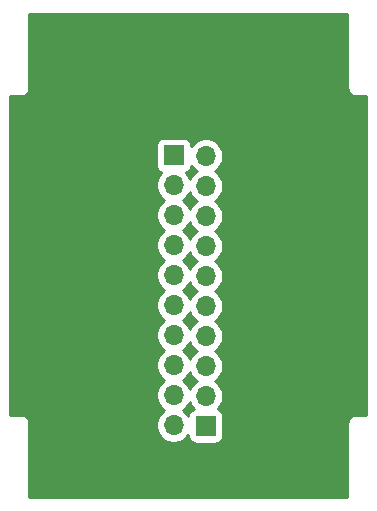
<source format=gbr>
%TF.GenerationSoftware,KiCad,Pcbnew,(5.1.8)-1*%
%TF.CreationDate,2021-12-10T09:13:36+01:00*%
%TF.ProjectId,FirePlaceRoof,46697265-506c-4616-9365-526f6f662e6b,rev?*%
%TF.SameCoordinates,Original*%
%TF.FileFunction,Copper,L2,Bot*%
%TF.FilePolarity,Positive*%
%FSLAX46Y46*%
G04 Gerber Fmt 4.6, Leading zero omitted, Abs format (unit mm)*
G04 Created by KiCad (PCBNEW (5.1.8)-1) date 2021-12-10 09:13:36*
%MOMM*%
%LPD*%
G01*
G04 APERTURE LIST*
%TA.AperFunction,ComponentPad*%
%ADD10O,1.700000X1.700000*%
%TD*%
%TA.AperFunction,ComponentPad*%
%ADD11R,1.700000X1.700000*%
%TD*%
%TA.AperFunction,NonConductor*%
%ADD12C,0.254000*%
%TD*%
%TA.AperFunction,NonConductor*%
%ADD13C,0.100000*%
%TD*%
G04 APERTURE END LIST*
D10*
%TO.P,K2,10*%
%TO.N,Net-(K1-Pad1)*%
X69718910Y-57110829D03*
%TO.P,K2,9*%
%TO.N,Net-(K1-Pad2)*%
X69718910Y-54570829D03*
%TO.P,K2,8*%
%TO.N,Net-(K1-Pad3)*%
X69718910Y-52030829D03*
%TO.P,K2,7*%
%TO.N,Net-(K1-Pad4)*%
X69718910Y-49490829D03*
%TO.P,K2,6*%
%TO.N,Net-(K1-Pad5)*%
X69718910Y-46950829D03*
%TO.P,K2,5*%
%TO.N,Net-(K1-Pad6)*%
X69718910Y-44410829D03*
%TO.P,K2,4*%
%TO.N,Net-(K1-Pad7)*%
X69718910Y-41870829D03*
%TO.P,K2,3*%
%TO.N,Net-(K1-Pad8)*%
X69718910Y-39330829D03*
%TO.P,K2,2*%
%TO.N,Net-(K1-Pad9)*%
X69718910Y-36790829D03*
D11*
%TO.P,K2,1*%
%TO.N,Net-(K1-Pad10)*%
X69718910Y-34250829D03*
%TD*%
D10*
%TO.P,K1,10*%
%TO.N,Net-(K1-Pad10)*%
X72449410Y-34314329D03*
%TO.P,K1,9*%
%TO.N,Net-(K1-Pad9)*%
X72449410Y-36854329D03*
%TO.P,K1,8*%
%TO.N,Net-(K1-Pad8)*%
X72449410Y-39394329D03*
%TO.P,K1,7*%
%TO.N,Net-(K1-Pad7)*%
X72449410Y-41934329D03*
%TO.P,K1,6*%
%TO.N,Net-(K1-Pad6)*%
X72449410Y-44474329D03*
%TO.P,K1,5*%
%TO.N,Net-(K1-Pad5)*%
X72449410Y-47014329D03*
%TO.P,K1,4*%
%TO.N,Net-(K1-Pad4)*%
X72449410Y-49554329D03*
%TO.P,K1,3*%
%TO.N,Net-(K1-Pad3)*%
X72449410Y-52094329D03*
%TO.P,K1,2*%
%TO.N,Net-(K1-Pad2)*%
X72449410Y-54634329D03*
D11*
%TO.P,K1,1*%
%TO.N,Net-(K1-Pad1)*%
X72449410Y-57174329D03*
%TD*%
D12*
X84442410Y-28486224D02*
X84438854Y-28522329D01*
X84453045Y-28666414D01*
X84495073Y-28804962D01*
X84563323Y-28932649D01*
X84655172Y-29044567D01*
X84767090Y-29136416D01*
X84894777Y-29204666D01*
X85033325Y-29246694D01*
X85177410Y-29260885D01*
X85213515Y-29257329D01*
X86042411Y-29257329D01*
X86042410Y-56217329D01*
X85213515Y-56217329D01*
X85177410Y-56213773D01*
X85141305Y-56217329D01*
X85033325Y-56227964D01*
X84894777Y-56269992D01*
X84767090Y-56338242D01*
X84655172Y-56430091D01*
X84563323Y-56542009D01*
X84495073Y-56669696D01*
X84453045Y-56808244D01*
X84438854Y-56952329D01*
X84442411Y-56988444D01*
X84442410Y-63217329D01*
X57512410Y-63217329D01*
X57512410Y-56988433D01*
X57515966Y-56952329D01*
X57501775Y-56808244D01*
X57459747Y-56669696D01*
X57391497Y-56542009D01*
X57299648Y-56430091D01*
X57187730Y-56338242D01*
X57060043Y-56269992D01*
X56921495Y-56227964D01*
X56813515Y-56217329D01*
X56777410Y-56213773D01*
X56741305Y-56217329D01*
X55912410Y-56217329D01*
X55912410Y-33400829D01*
X68230838Y-33400829D01*
X68230838Y-35100829D01*
X68243098Y-35225311D01*
X68279408Y-35345009D01*
X68338373Y-35455323D01*
X68417725Y-35552014D01*
X68514416Y-35631366D01*
X68624730Y-35690331D01*
X68697290Y-35712342D01*
X68565435Y-35844197D01*
X68402920Y-36087418D01*
X68290978Y-36357671D01*
X68233910Y-36644569D01*
X68233910Y-36937089D01*
X68290978Y-37223987D01*
X68402920Y-37494240D01*
X68565435Y-37737461D01*
X68772278Y-37944304D01*
X68946670Y-38060829D01*
X68772278Y-38177354D01*
X68565435Y-38384197D01*
X68402920Y-38627418D01*
X68290978Y-38897671D01*
X68233910Y-39184569D01*
X68233910Y-39477089D01*
X68290978Y-39763987D01*
X68402920Y-40034240D01*
X68565435Y-40277461D01*
X68772278Y-40484304D01*
X68946670Y-40600829D01*
X68772278Y-40717354D01*
X68565435Y-40924197D01*
X68402920Y-41167418D01*
X68290978Y-41437671D01*
X68233910Y-41724569D01*
X68233910Y-42017089D01*
X68290978Y-42303987D01*
X68402920Y-42574240D01*
X68565435Y-42817461D01*
X68772278Y-43024304D01*
X68946670Y-43140829D01*
X68772278Y-43257354D01*
X68565435Y-43464197D01*
X68402920Y-43707418D01*
X68290978Y-43977671D01*
X68233910Y-44264569D01*
X68233910Y-44557089D01*
X68290978Y-44843987D01*
X68402920Y-45114240D01*
X68565435Y-45357461D01*
X68772278Y-45564304D01*
X68946670Y-45680829D01*
X68772278Y-45797354D01*
X68565435Y-46004197D01*
X68402920Y-46247418D01*
X68290978Y-46517671D01*
X68233910Y-46804569D01*
X68233910Y-47097089D01*
X68290978Y-47383987D01*
X68402920Y-47654240D01*
X68565435Y-47897461D01*
X68772278Y-48104304D01*
X68946670Y-48220829D01*
X68772278Y-48337354D01*
X68565435Y-48544197D01*
X68402920Y-48787418D01*
X68290978Y-49057671D01*
X68233910Y-49344569D01*
X68233910Y-49637089D01*
X68290978Y-49923987D01*
X68402920Y-50194240D01*
X68565435Y-50437461D01*
X68772278Y-50644304D01*
X68946670Y-50760829D01*
X68772278Y-50877354D01*
X68565435Y-51084197D01*
X68402920Y-51327418D01*
X68290978Y-51597671D01*
X68233910Y-51884569D01*
X68233910Y-52177089D01*
X68290978Y-52463987D01*
X68402920Y-52734240D01*
X68565435Y-52977461D01*
X68772278Y-53184304D01*
X68946670Y-53300829D01*
X68772278Y-53417354D01*
X68565435Y-53624197D01*
X68402920Y-53867418D01*
X68290978Y-54137671D01*
X68233910Y-54424569D01*
X68233910Y-54717089D01*
X68290978Y-55003987D01*
X68402920Y-55274240D01*
X68565435Y-55517461D01*
X68772278Y-55724304D01*
X68946670Y-55840829D01*
X68772278Y-55957354D01*
X68565435Y-56164197D01*
X68402920Y-56407418D01*
X68290978Y-56677671D01*
X68233910Y-56964569D01*
X68233910Y-57257089D01*
X68290978Y-57543987D01*
X68402920Y-57814240D01*
X68565435Y-58057461D01*
X68772278Y-58264304D01*
X69015499Y-58426819D01*
X69285752Y-58538761D01*
X69572650Y-58595829D01*
X69865170Y-58595829D01*
X70152068Y-58538761D01*
X70422321Y-58426819D01*
X70665542Y-58264304D01*
X70872385Y-58057461D01*
X70961338Y-57924333D01*
X70961338Y-58024329D01*
X70973598Y-58148811D01*
X71009908Y-58268509D01*
X71068873Y-58378823D01*
X71148225Y-58475514D01*
X71244916Y-58554866D01*
X71355230Y-58613831D01*
X71474928Y-58650141D01*
X71599410Y-58662401D01*
X73299410Y-58662401D01*
X73423892Y-58650141D01*
X73543590Y-58613831D01*
X73653904Y-58554866D01*
X73750595Y-58475514D01*
X73829947Y-58378823D01*
X73888912Y-58268509D01*
X73925222Y-58148811D01*
X73937482Y-58024329D01*
X73937482Y-56324329D01*
X73925222Y-56199847D01*
X73888912Y-56080149D01*
X73829947Y-55969835D01*
X73750595Y-55873144D01*
X73653904Y-55793792D01*
X73543590Y-55734827D01*
X73471030Y-55712816D01*
X73602885Y-55580961D01*
X73765400Y-55337740D01*
X73877342Y-55067487D01*
X73934410Y-54780589D01*
X73934410Y-54488069D01*
X73877342Y-54201171D01*
X73765400Y-53930918D01*
X73602885Y-53687697D01*
X73396042Y-53480854D01*
X73221650Y-53364329D01*
X73396042Y-53247804D01*
X73602885Y-53040961D01*
X73765400Y-52797740D01*
X73877342Y-52527487D01*
X73934410Y-52240589D01*
X73934410Y-51948069D01*
X73877342Y-51661171D01*
X73765400Y-51390918D01*
X73602885Y-51147697D01*
X73396042Y-50940854D01*
X73221650Y-50824329D01*
X73396042Y-50707804D01*
X73602885Y-50500961D01*
X73765400Y-50257740D01*
X73877342Y-49987487D01*
X73934410Y-49700589D01*
X73934410Y-49408069D01*
X73877342Y-49121171D01*
X73765400Y-48850918D01*
X73602885Y-48607697D01*
X73396042Y-48400854D01*
X73221650Y-48284329D01*
X73396042Y-48167804D01*
X73602885Y-47960961D01*
X73765400Y-47717740D01*
X73877342Y-47447487D01*
X73934410Y-47160589D01*
X73934410Y-46868069D01*
X73877342Y-46581171D01*
X73765400Y-46310918D01*
X73602885Y-46067697D01*
X73396042Y-45860854D01*
X73221650Y-45744329D01*
X73396042Y-45627804D01*
X73602885Y-45420961D01*
X73765400Y-45177740D01*
X73877342Y-44907487D01*
X73934410Y-44620589D01*
X73934410Y-44328069D01*
X73877342Y-44041171D01*
X73765400Y-43770918D01*
X73602885Y-43527697D01*
X73396042Y-43320854D01*
X73221650Y-43204329D01*
X73396042Y-43087804D01*
X73602885Y-42880961D01*
X73765400Y-42637740D01*
X73877342Y-42367487D01*
X73934410Y-42080589D01*
X73934410Y-41788069D01*
X73877342Y-41501171D01*
X73765400Y-41230918D01*
X73602885Y-40987697D01*
X73396042Y-40780854D01*
X73221650Y-40664329D01*
X73396042Y-40547804D01*
X73602885Y-40340961D01*
X73765400Y-40097740D01*
X73877342Y-39827487D01*
X73934410Y-39540589D01*
X73934410Y-39248069D01*
X73877342Y-38961171D01*
X73765400Y-38690918D01*
X73602885Y-38447697D01*
X73396042Y-38240854D01*
X73221650Y-38124329D01*
X73396042Y-38007804D01*
X73602885Y-37800961D01*
X73765400Y-37557740D01*
X73877342Y-37287487D01*
X73934410Y-37000589D01*
X73934410Y-36708069D01*
X73877342Y-36421171D01*
X73765400Y-36150918D01*
X73602885Y-35907697D01*
X73396042Y-35700854D01*
X73221650Y-35584329D01*
X73396042Y-35467804D01*
X73602885Y-35260961D01*
X73765400Y-35017740D01*
X73877342Y-34747487D01*
X73934410Y-34460589D01*
X73934410Y-34168069D01*
X73877342Y-33881171D01*
X73765400Y-33610918D01*
X73602885Y-33367697D01*
X73396042Y-33160854D01*
X73152821Y-32998339D01*
X72882568Y-32886397D01*
X72595670Y-32829329D01*
X72303150Y-32829329D01*
X72016252Y-32886397D01*
X71745999Y-32998339D01*
X71502778Y-33160854D01*
X71295935Y-33367697D01*
X71206982Y-33500825D01*
X71206982Y-33400829D01*
X71194722Y-33276347D01*
X71158412Y-33156649D01*
X71099447Y-33046335D01*
X71020095Y-32949644D01*
X70923404Y-32870292D01*
X70813090Y-32811327D01*
X70693392Y-32775017D01*
X70568910Y-32762757D01*
X68868910Y-32762757D01*
X68744428Y-32775017D01*
X68624730Y-32811327D01*
X68514416Y-32870292D01*
X68417725Y-32949644D01*
X68338373Y-33046335D01*
X68279408Y-33156649D01*
X68243098Y-33276347D01*
X68230838Y-33400829D01*
X55912410Y-33400829D01*
X55912410Y-29257329D01*
X56741305Y-29257329D01*
X56777410Y-29260885D01*
X56813515Y-29257329D01*
X56921495Y-29246694D01*
X57060043Y-29204666D01*
X57187730Y-29136416D01*
X57299648Y-29044567D01*
X57391497Y-28932649D01*
X57459747Y-28804962D01*
X57501775Y-28666414D01*
X57515966Y-28522329D01*
X57512410Y-28486224D01*
X57512410Y-22257329D01*
X84442411Y-22257329D01*
X84442410Y-28486224D01*
%TA.AperFunction,NonConductor*%
D13*
G36*
X84442410Y-28486224D02*
G01*
X84438854Y-28522329D01*
X84453045Y-28666414D01*
X84495073Y-28804962D01*
X84563323Y-28932649D01*
X84655172Y-29044567D01*
X84767090Y-29136416D01*
X84894777Y-29204666D01*
X85033325Y-29246694D01*
X85177410Y-29260885D01*
X85213515Y-29257329D01*
X86042411Y-29257329D01*
X86042410Y-56217329D01*
X85213515Y-56217329D01*
X85177410Y-56213773D01*
X85141305Y-56217329D01*
X85033325Y-56227964D01*
X84894777Y-56269992D01*
X84767090Y-56338242D01*
X84655172Y-56430091D01*
X84563323Y-56542009D01*
X84495073Y-56669696D01*
X84453045Y-56808244D01*
X84438854Y-56952329D01*
X84442411Y-56988444D01*
X84442410Y-63217329D01*
X57512410Y-63217329D01*
X57512410Y-56988433D01*
X57515966Y-56952329D01*
X57501775Y-56808244D01*
X57459747Y-56669696D01*
X57391497Y-56542009D01*
X57299648Y-56430091D01*
X57187730Y-56338242D01*
X57060043Y-56269992D01*
X56921495Y-56227964D01*
X56813515Y-56217329D01*
X56777410Y-56213773D01*
X56741305Y-56217329D01*
X55912410Y-56217329D01*
X55912410Y-33400829D01*
X68230838Y-33400829D01*
X68230838Y-35100829D01*
X68243098Y-35225311D01*
X68279408Y-35345009D01*
X68338373Y-35455323D01*
X68417725Y-35552014D01*
X68514416Y-35631366D01*
X68624730Y-35690331D01*
X68697290Y-35712342D01*
X68565435Y-35844197D01*
X68402920Y-36087418D01*
X68290978Y-36357671D01*
X68233910Y-36644569D01*
X68233910Y-36937089D01*
X68290978Y-37223987D01*
X68402920Y-37494240D01*
X68565435Y-37737461D01*
X68772278Y-37944304D01*
X68946670Y-38060829D01*
X68772278Y-38177354D01*
X68565435Y-38384197D01*
X68402920Y-38627418D01*
X68290978Y-38897671D01*
X68233910Y-39184569D01*
X68233910Y-39477089D01*
X68290978Y-39763987D01*
X68402920Y-40034240D01*
X68565435Y-40277461D01*
X68772278Y-40484304D01*
X68946670Y-40600829D01*
X68772278Y-40717354D01*
X68565435Y-40924197D01*
X68402920Y-41167418D01*
X68290978Y-41437671D01*
X68233910Y-41724569D01*
X68233910Y-42017089D01*
X68290978Y-42303987D01*
X68402920Y-42574240D01*
X68565435Y-42817461D01*
X68772278Y-43024304D01*
X68946670Y-43140829D01*
X68772278Y-43257354D01*
X68565435Y-43464197D01*
X68402920Y-43707418D01*
X68290978Y-43977671D01*
X68233910Y-44264569D01*
X68233910Y-44557089D01*
X68290978Y-44843987D01*
X68402920Y-45114240D01*
X68565435Y-45357461D01*
X68772278Y-45564304D01*
X68946670Y-45680829D01*
X68772278Y-45797354D01*
X68565435Y-46004197D01*
X68402920Y-46247418D01*
X68290978Y-46517671D01*
X68233910Y-46804569D01*
X68233910Y-47097089D01*
X68290978Y-47383987D01*
X68402920Y-47654240D01*
X68565435Y-47897461D01*
X68772278Y-48104304D01*
X68946670Y-48220829D01*
X68772278Y-48337354D01*
X68565435Y-48544197D01*
X68402920Y-48787418D01*
X68290978Y-49057671D01*
X68233910Y-49344569D01*
X68233910Y-49637089D01*
X68290978Y-49923987D01*
X68402920Y-50194240D01*
X68565435Y-50437461D01*
X68772278Y-50644304D01*
X68946670Y-50760829D01*
X68772278Y-50877354D01*
X68565435Y-51084197D01*
X68402920Y-51327418D01*
X68290978Y-51597671D01*
X68233910Y-51884569D01*
X68233910Y-52177089D01*
X68290978Y-52463987D01*
X68402920Y-52734240D01*
X68565435Y-52977461D01*
X68772278Y-53184304D01*
X68946670Y-53300829D01*
X68772278Y-53417354D01*
X68565435Y-53624197D01*
X68402920Y-53867418D01*
X68290978Y-54137671D01*
X68233910Y-54424569D01*
X68233910Y-54717089D01*
X68290978Y-55003987D01*
X68402920Y-55274240D01*
X68565435Y-55517461D01*
X68772278Y-55724304D01*
X68946670Y-55840829D01*
X68772278Y-55957354D01*
X68565435Y-56164197D01*
X68402920Y-56407418D01*
X68290978Y-56677671D01*
X68233910Y-56964569D01*
X68233910Y-57257089D01*
X68290978Y-57543987D01*
X68402920Y-57814240D01*
X68565435Y-58057461D01*
X68772278Y-58264304D01*
X69015499Y-58426819D01*
X69285752Y-58538761D01*
X69572650Y-58595829D01*
X69865170Y-58595829D01*
X70152068Y-58538761D01*
X70422321Y-58426819D01*
X70665542Y-58264304D01*
X70872385Y-58057461D01*
X70961338Y-57924333D01*
X70961338Y-58024329D01*
X70973598Y-58148811D01*
X71009908Y-58268509D01*
X71068873Y-58378823D01*
X71148225Y-58475514D01*
X71244916Y-58554866D01*
X71355230Y-58613831D01*
X71474928Y-58650141D01*
X71599410Y-58662401D01*
X73299410Y-58662401D01*
X73423892Y-58650141D01*
X73543590Y-58613831D01*
X73653904Y-58554866D01*
X73750595Y-58475514D01*
X73829947Y-58378823D01*
X73888912Y-58268509D01*
X73925222Y-58148811D01*
X73937482Y-58024329D01*
X73937482Y-56324329D01*
X73925222Y-56199847D01*
X73888912Y-56080149D01*
X73829947Y-55969835D01*
X73750595Y-55873144D01*
X73653904Y-55793792D01*
X73543590Y-55734827D01*
X73471030Y-55712816D01*
X73602885Y-55580961D01*
X73765400Y-55337740D01*
X73877342Y-55067487D01*
X73934410Y-54780589D01*
X73934410Y-54488069D01*
X73877342Y-54201171D01*
X73765400Y-53930918D01*
X73602885Y-53687697D01*
X73396042Y-53480854D01*
X73221650Y-53364329D01*
X73396042Y-53247804D01*
X73602885Y-53040961D01*
X73765400Y-52797740D01*
X73877342Y-52527487D01*
X73934410Y-52240589D01*
X73934410Y-51948069D01*
X73877342Y-51661171D01*
X73765400Y-51390918D01*
X73602885Y-51147697D01*
X73396042Y-50940854D01*
X73221650Y-50824329D01*
X73396042Y-50707804D01*
X73602885Y-50500961D01*
X73765400Y-50257740D01*
X73877342Y-49987487D01*
X73934410Y-49700589D01*
X73934410Y-49408069D01*
X73877342Y-49121171D01*
X73765400Y-48850918D01*
X73602885Y-48607697D01*
X73396042Y-48400854D01*
X73221650Y-48284329D01*
X73396042Y-48167804D01*
X73602885Y-47960961D01*
X73765400Y-47717740D01*
X73877342Y-47447487D01*
X73934410Y-47160589D01*
X73934410Y-46868069D01*
X73877342Y-46581171D01*
X73765400Y-46310918D01*
X73602885Y-46067697D01*
X73396042Y-45860854D01*
X73221650Y-45744329D01*
X73396042Y-45627804D01*
X73602885Y-45420961D01*
X73765400Y-45177740D01*
X73877342Y-44907487D01*
X73934410Y-44620589D01*
X73934410Y-44328069D01*
X73877342Y-44041171D01*
X73765400Y-43770918D01*
X73602885Y-43527697D01*
X73396042Y-43320854D01*
X73221650Y-43204329D01*
X73396042Y-43087804D01*
X73602885Y-42880961D01*
X73765400Y-42637740D01*
X73877342Y-42367487D01*
X73934410Y-42080589D01*
X73934410Y-41788069D01*
X73877342Y-41501171D01*
X73765400Y-41230918D01*
X73602885Y-40987697D01*
X73396042Y-40780854D01*
X73221650Y-40664329D01*
X73396042Y-40547804D01*
X73602885Y-40340961D01*
X73765400Y-40097740D01*
X73877342Y-39827487D01*
X73934410Y-39540589D01*
X73934410Y-39248069D01*
X73877342Y-38961171D01*
X73765400Y-38690918D01*
X73602885Y-38447697D01*
X73396042Y-38240854D01*
X73221650Y-38124329D01*
X73396042Y-38007804D01*
X73602885Y-37800961D01*
X73765400Y-37557740D01*
X73877342Y-37287487D01*
X73934410Y-37000589D01*
X73934410Y-36708069D01*
X73877342Y-36421171D01*
X73765400Y-36150918D01*
X73602885Y-35907697D01*
X73396042Y-35700854D01*
X73221650Y-35584329D01*
X73396042Y-35467804D01*
X73602885Y-35260961D01*
X73765400Y-35017740D01*
X73877342Y-34747487D01*
X73934410Y-34460589D01*
X73934410Y-34168069D01*
X73877342Y-33881171D01*
X73765400Y-33610918D01*
X73602885Y-33367697D01*
X73396042Y-33160854D01*
X73152821Y-32998339D01*
X72882568Y-32886397D01*
X72595670Y-32829329D01*
X72303150Y-32829329D01*
X72016252Y-32886397D01*
X71745999Y-32998339D01*
X71502778Y-33160854D01*
X71295935Y-33367697D01*
X71206982Y-33500825D01*
X71206982Y-33400829D01*
X71194722Y-33276347D01*
X71158412Y-33156649D01*
X71099447Y-33046335D01*
X71020095Y-32949644D01*
X70923404Y-32870292D01*
X70813090Y-32811327D01*
X70693392Y-32775017D01*
X70568910Y-32762757D01*
X68868910Y-32762757D01*
X68744428Y-32775017D01*
X68624730Y-32811327D01*
X68514416Y-32870292D01*
X68417725Y-32949644D01*
X68338373Y-33046335D01*
X68279408Y-33156649D01*
X68243098Y-33276347D01*
X68230838Y-33400829D01*
X55912410Y-33400829D01*
X55912410Y-29257329D01*
X56741305Y-29257329D01*
X56777410Y-29260885D01*
X56813515Y-29257329D01*
X56921495Y-29246694D01*
X57060043Y-29204666D01*
X57187730Y-29136416D01*
X57299648Y-29044567D01*
X57391497Y-28932649D01*
X57459747Y-28804962D01*
X57501775Y-28666414D01*
X57515966Y-28522329D01*
X57512410Y-28486224D01*
X57512410Y-22257329D01*
X84442411Y-22257329D01*
X84442410Y-28486224D01*
G37*
%TD.AperFunction*%
D12*
X71133420Y-55337740D02*
X71295935Y-55580961D01*
X71427790Y-55712816D01*
X71355230Y-55734827D01*
X71244916Y-55793792D01*
X71148225Y-55873144D01*
X71068873Y-55969835D01*
X71009908Y-56080149D01*
X70973598Y-56199847D01*
X70963656Y-56300794D01*
X70872385Y-56164197D01*
X70665542Y-55957354D01*
X70491150Y-55840829D01*
X70665542Y-55724304D01*
X70872385Y-55517461D01*
X71034900Y-55274240D01*
X71071009Y-55187065D01*
X71133420Y-55337740D01*
%TA.AperFunction,NonConductor*%
D13*
G36*
X71133420Y-55337740D02*
G01*
X71295935Y-55580961D01*
X71427790Y-55712816D01*
X71355230Y-55734827D01*
X71244916Y-55793792D01*
X71148225Y-55873144D01*
X71068873Y-55969835D01*
X71009908Y-56080149D01*
X70973598Y-56199847D01*
X70963656Y-56300794D01*
X70872385Y-56164197D01*
X70665542Y-55957354D01*
X70491150Y-55840829D01*
X70665542Y-55724304D01*
X70872385Y-55517461D01*
X71034900Y-55274240D01*
X71071009Y-55187065D01*
X71133420Y-55337740D01*
G37*
%TD.AperFunction*%
D12*
X71133420Y-52797740D02*
X71295935Y-53040961D01*
X71502778Y-53247804D01*
X71677170Y-53364329D01*
X71502778Y-53480854D01*
X71295935Y-53687697D01*
X71133420Y-53930918D01*
X71097311Y-54018093D01*
X71034900Y-53867418D01*
X70872385Y-53624197D01*
X70665542Y-53417354D01*
X70491150Y-53300829D01*
X70665542Y-53184304D01*
X70872385Y-52977461D01*
X71034900Y-52734240D01*
X71071009Y-52647065D01*
X71133420Y-52797740D01*
%TA.AperFunction,NonConductor*%
D13*
G36*
X71133420Y-52797740D02*
G01*
X71295935Y-53040961D01*
X71502778Y-53247804D01*
X71677170Y-53364329D01*
X71502778Y-53480854D01*
X71295935Y-53687697D01*
X71133420Y-53930918D01*
X71097311Y-54018093D01*
X71034900Y-53867418D01*
X70872385Y-53624197D01*
X70665542Y-53417354D01*
X70491150Y-53300829D01*
X70665542Y-53184304D01*
X70872385Y-52977461D01*
X71034900Y-52734240D01*
X71071009Y-52647065D01*
X71133420Y-52797740D01*
G37*
%TD.AperFunction*%
D12*
X71133420Y-50257740D02*
X71295935Y-50500961D01*
X71502778Y-50707804D01*
X71677170Y-50824329D01*
X71502778Y-50940854D01*
X71295935Y-51147697D01*
X71133420Y-51390918D01*
X71097311Y-51478093D01*
X71034900Y-51327418D01*
X70872385Y-51084197D01*
X70665542Y-50877354D01*
X70491150Y-50760829D01*
X70665542Y-50644304D01*
X70872385Y-50437461D01*
X71034900Y-50194240D01*
X71071009Y-50107065D01*
X71133420Y-50257740D01*
%TA.AperFunction,NonConductor*%
D13*
G36*
X71133420Y-50257740D02*
G01*
X71295935Y-50500961D01*
X71502778Y-50707804D01*
X71677170Y-50824329D01*
X71502778Y-50940854D01*
X71295935Y-51147697D01*
X71133420Y-51390918D01*
X71097311Y-51478093D01*
X71034900Y-51327418D01*
X70872385Y-51084197D01*
X70665542Y-50877354D01*
X70491150Y-50760829D01*
X70665542Y-50644304D01*
X70872385Y-50437461D01*
X71034900Y-50194240D01*
X71071009Y-50107065D01*
X71133420Y-50257740D01*
G37*
%TD.AperFunction*%
D12*
X71133420Y-47717740D02*
X71295935Y-47960961D01*
X71502778Y-48167804D01*
X71677170Y-48284329D01*
X71502778Y-48400854D01*
X71295935Y-48607697D01*
X71133420Y-48850918D01*
X71097311Y-48938093D01*
X71034900Y-48787418D01*
X70872385Y-48544197D01*
X70665542Y-48337354D01*
X70491150Y-48220829D01*
X70665542Y-48104304D01*
X70872385Y-47897461D01*
X71034900Y-47654240D01*
X71071009Y-47567065D01*
X71133420Y-47717740D01*
%TA.AperFunction,NonConductor*%
D13*
G36*
X71133420Y-47717740D02*
G01*
X71295935Y-47960961D01*
X71502778Y-48167804D01*
X71677170Y-48284329D01*
X71502778Y-48400854D01*
X71295935Y-48607697D01*
X71133420Y-48850918D01*
X71097311Y-48938093D01*
X71034900Y-48787418D01*
X70872385Y-48544197D01*
X70665542Y-48337354D01*
X70491150Y-48220829D01*
X70665542Y-48104304D01*
X70872385Y-47897461D01*
X71034900Y-47654240D01*
X71071009Y-47567065D01*
X71133420Y-47717740D01*
G37*
%TD.AperFunction*%
D12*
X71133420Y-45177740D02*
X71295935Y-45420961D01*
X71502778Y-45627804D01*
X71677170Y-45744329D01*
X71502778Y-45860854D01*
X71295935Y-46067697D01*
X71133420Y-46310918D01*
X71097311Y-46398093D01*
X71034900Y-46247418D01*
X70872385Y-46004197D01*
X70665542Y-45797354D01*
X70491150Y-45680829D01*
X70665542Y-45564304D01*
X70872385Y-45357461D01*
X71034900Y-45114240D01*
X71071009Y-45027065D01*
X71133420Y-45177740D01*
%TA.AperFunction,NonConductor*%
D13*
G36*
X71133420Y-45177740D02*
G01*
X71295935Y-45420961D01*
X71502778Y-45627804D01*
X71677170Y-45744329D01*
X71502778Y-45860854D01*
X71295935Y-46067697D01*
X71133420Y-46310918D01*
X71097311Y-46398093D01*
X71034900Y-46247418D01*
X70872385Y-46004197D01*
X70665542Y-45797354D01*
X70491150Y-45680829D01*
X70665542Y-45564304D01*
X70872385Y-45357461D01*
X71034900Y-45114240D01*
X71071009Y-45027065D01*
X71133420Y-45177740D01*
G37*
%TD.AperFunction*%
D12*
X71133420Y-42637740D02*
X71295935Y-42880961D01*
X71502778Y-43087804D01*
X71677170Y-43204329D01*
X71502778Y-43320854D01*
X71295935Y-43527697D01*
X71133420Y-43770918D01*
X71097311Y-43858093D01*
X71034900Y-43707418D01*
X70872385Y-43464197D01*
X70665542Y-43257354D01*
X70491150Y-43140829D01*
X70665542Y-43024304D01*
X70872385Y-42817461D01*
X71034900Y-42574240D01*
X71071009Y-42487065D01*
X71133420Y-42637740D01*
%TA.AperFunction,NonConductor*%
D13*
G36*
X71133420Y-42637740D02*
G01*
X71295935Y-42880961D01*
X71502778Y-43087804D01*
X71677170Y-43204329D01*
X71502778Y-43320854D01*
X71295935Y-43527697D01*
X71133420Y-43770918D01*
X71097311Y-43858093D01*
X71034900Y-43707418D01*
X70872385Y-43464197D01*
X70665542Y-43257354D01*
X70491150Y-43140829D01*
X70665542Y-43024304D01*
X70872385Y-42817461D01*
X71034900Y-42574240D01*
X71071009Y-42487065D01*
X71133420Y-42637740D01*
G37*
%TD.AperFunction*%
D12*
X71133420Y-40097740D02*
X71295935Y-40340961D01*
X71502778Y-40547804D01*
X71677170Y-40664329D01*
X71502778Y-40780854D01*
X71295935Y-40987697D01*
X71133420Y-41230918D01*
X71097311Y-41318093D01*
X71034900Y-41167418D01*
X70872385Y-40924197D01*
X70665542Y-40717354D01*
X70491150Y-40600829D01*
X70665542Y-40484304D01*
X70872385Y-40277461D01*
X71034900Y-40034240D01*
X71071009Y-39947065D01*
X71133420Y-40097740D01*
%TA.AperFunction,NonConductor*%
D13*
G36*
X71133420Y-40097740D02*
G01*
X71295935Y-40340961D01*
X71502778Y-40547804D01*
X71677170Y-40664329D01*
X71502778Y-40780854D01*
X71295935Y-40987697D01*
X71133420Y-41230918D01*
X71097311Y-41318093D01*
X71034900Y-41167418D01*
X70872385Y-40924197D01*
X70665542Y-40717354D01*
X70491150Y-40600829D01*
X70665542Y-40484304D01*
X70872385Y-40277461D01*
X71034900Y-40034240D01*
X71071009Y-39947065D01*
X71133420Y-40097740D01*
G37*
%TD.AperFunction*%
D12*
X71133420Y-37557740D02*
X71295935Y-37800961D01*
X71502778Y-38007804D01*
X71677170Y-38124329D01*
X71502778Y-38240854D01*
X71295935Y-38447697D01*
X71133420Y-38690918D01*
X71097311Y-38778093D01*
X71034900Y-38627418D01*
X70872385Y-38384197D01*
X70665542Y-38177354D01*
X70491150Y-38060829D01*
X70665542Y-37944304D01*
X70872385Y-37737461D01*
X71034900Y-37494240D01*
X71071009Y-37407065D01*
X71133420Y-37557740D01*
%TA.AperFunction,NonConductor*%
D13*
G36*
X71133420Y-37557740D02*
G01*
X71295935Y-37800961D01*
X71502778Y-38007804D01*
X71677170Y-38124329D01*
X71502778Y-38240854D01*
X71295935Y-38447697D01*
X71133420Y-38690918D01*
X71097311Y-38778093D01*
X71034900Y-38627418D01*
X70872385Y-38384197D01*
X70665542Y-38177354D01*
X70491150Y-38060829D01*
X70665542Y-37944304D01*
X70872385Y-37737461D01*
X71034900Y-37494240D01*
X71071009Y-37407065D01*
X71133420Y-37557740D01*
G37*
%TD.AperFunction*%
D12*
X71295935Y-35260961D02*
X71502778Y-35467804D01*
X71677170Y-35584329D01*
X71502778Y-35700854D01*
X71295935Y-35907697D01*
X71133420Y-36150918D01*
X71097311Y-36238093D01*
X71034900Y-36087418D01*
X70872385Y-35844197D01*
X70740530Y-35712342D01*
X70813090Y-35690331D01*
X70923404Y-35631366D01*
X71020095Y-35552014D01*
X71099447Y-35455323D01*
X71158412Y-35345009D01*
X71194722Y-35225311D01*
X71204664Y-35124364D01*
X71295935Y-35260961D01*
%TA.AperFunction,NonConductor*%
D13*
G36*
X71295935Y-35260961D02*
G01*
X71502778Y-35467804D01*
X71677170Y-35584329D01*
X71502778Y-35700854D01*
X71295935Y-35907697D01*
X71133420Y-36150918D01*
X71097311Y-36238093D01*
X71034900Y-36087418D01*
X70872385Y-35844197D01*
X70740530Y-35712342D01*
X70813090Y-35690331D01*
X70923404Y-35631366D01*
X71020095Y-35552014D01*
X71099447Y-35455323D01*
X71158412Y-35345009D01*
X71194722Y-35225311D01*
X71204664Y-35124364D01*
X71295935Y-35260961D01*
G37*
%TD.AperFunction*%
M02*

</source>
